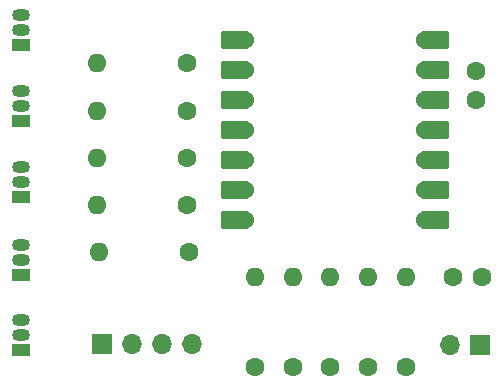
<source format=gbr>
%TF.GenerationSoftware,KiCad,Pcbnew,8.0.6*%
%TF.CreationDate,2024-12-06T19:29:04-08:00*%
%TF.ProjectId,ohmnote,6f686d6e-6f74-4652-9e6b-696361645f70,rev?*%
%TF.SameCoordinates,Original*%
%TF.FileFunction,Soldermask,Top*%
%TF.FilePolarity,Negative*%
%FSLAX46Y46*%
G04 Gerber Fmt 4.6, Leading zero omitted, Abs format (unit mm)*
G04 Created by KiCad (PCBNEW 8.0.6) date 2024-12-06 19:29:04*
%MOMM*%
%LPD*%
G01*
G04 APERTURE LIST*
G04 Aperture macros list*
%AMRoundRect*
0 Rectangle with rounded corners*
0 $1 Rounding radius*
0 $2 $3 $4 $5 $6 $7 $8 $9 X,Y pos of 4 corners*
0 Add a 4 corners polygon primitive as box body*
4,1,4,$2,$3,$4,$5,$6,$7,$8,$9,$2,$3,0*
0 Add four circle primitives for the rounded corners*
1,1,$1+$1,$2,$3*
1,1,$1+$1,$4,$5*
1,1,$1+$1,$6,$7*
1,1,$1+$1,$8,$9*
0 Add four rect primitives between the rounded corners*
20,1,$1+$1,$2,$3,$4,$5,0*
20,1,$1+$1,$4,$5,$6,$7,0*
20,1,$1+$1,$6,$7,$8,$9,0*
20,1,$1+$1,$8,$9,$2,$3,0*%
G04 Aperture macros list end*
%ADD10R,1.700000X1.700000*%
%ADD11O,1.700000X1.700000*%
%ADD12C,1.600000*%
%ADD13O,1.600000X1.600000*%
%ADD14RoundRect,0.152400X1.063600X0.609600X-1.063600X0.609600X-1.063600X-0.609600X1.063600X-0.609600X0*%
%ADD15C,1.524000*%
%ADD16RoundRect,0.152400X-1.063600X-0.609600X1.063600X-0.609600X1.063600X0.609600X-1.063600X0.609600X0*%
%ADD17R,1.500000X1.050000*%
%ADD18O,1.500000X1.050000*%
G04 APERTURE END LIST*
D10*
%TO.C,J1*%
X169500000Y-105325000D03*
D11*
X166960000Y-105325000D03*
%TD*%
D12*
%TO.C,R5*%
X144800000Y-97500000D03*
D13*
X137180000Y-97500000D03*
%TD*%
D12*
%TO.C,R3*%
X144700000Y-89500000D03*
D13*
X137080000Y-89500000D03*
%TD*%
D12*
%TO.C,R2*%
X144700000Y-85500000D03*
D13*
X137080000Y-85500000D03*
%TD*%
D12*
%TO.C,R6*%
X150400000Y-107230000D03*
D13*
X150400000Y-99610000D03*
%TD*%
D14*
%TO.C,U1*%
X148725000Y-79500000D03*
D15*
X149560000Y-79500000D03*
D14*
X148725000Y-82040000D03*
D15*
X149560000Y-82040000D03*
D14*
X148725000Y-84580000D03*
D15*
X149560000Y-84580000D03*
D14*
X148725000Y-87120000D03*
D15*
X149560000Y-87120000D03*
D14*
X148725000Y-89660000D03*
D15*
X149560000Y-89660000D03*
D14*
X148725000Y-92200000D03*
D15*
X149560000Y-92200000D03*
D14*
X148725000Y-94740000D03*
D15*
X149560000Y-94740000D03*
X164800000Y-94740000D03*
D16*
X165635000Y-94740000D03*
D15*
X164800000Y-92200000D03*
D16*
X165635000Y-92200000D03*
D15*
X164800000Y-89660000D03*
D16*
X165635000Y-89660000D03*
D15*
X164800000Y-87120000D03*
D16*
X165635000Y-87120000D03*
D15*
X164800000Y-84580000D03*
D16*
X165635000Y-84580000D03*
D15*
X164800000Y-82040000D03*
D16*
X165635000Y-82040000D03*
D15*
X164800000Y-79500000D03*
D16*
X165635000Y-79500000D03*
%TD*%
D12*
%TO.C,R10*%
X163200000Y-107220000D03*
D13*
X163200000Y-99600000D03*
%TD*%
D12*
%TO.C,C1*%
X169650000Y-99600000D03*
X167150000Y-99600000D03*
%TD*%
D17*
%TO.C,Q5*%
X130600000Y-105800000D03*
D18*
X130600000Y-104530000D03*
X130600000Y-103260000D03*
%TD*%
D12*
%TO.C,R8*%
X156800000Y-107210000D03*
D13*
X156800000Y-99590000D03*
%TD*%
D12*
%TO.C,R4*%
X144700000Y-93500000D03*
D13*
X137080000Y-93500000D03*
%TD*%
D12*
%TO.C,C2*%
X169100000Y-82100000D03*
X169100000Y-84600000D03*
%TD*%
D17*
%TO.C,Q2*%
X130600000Y-86400000D03*
D18*
X130600000Y-85130000D03*
X130600000Y-83860000D03*
%TD*%
D10*
%TO.C,J2*%
X137500000Y-105275000D03*
D11*
X140040000Y-105275000D03*
X142580000Y-105275000D03*
X145120000Y-105275000D03*
%TD*%
D12*
%TO.C,R7*%
X153600000Y-107220000D03*
D13*
X153600000Y-99600000D03*
%TD*%
D17*
%TO.C,Q3*%
X130600000Y-92800000D03*
D18*
X130600000Y-91530000D03*
X130600000Y-90260000D03*
%TD*%
D12*
%TO.C,R1*%
X144700000Y-81500000D03*
D13*
X137080000Y-81500000D03*
%TD*%
D17*
%TO.C,Q4*%
X130600000Y-99400000D03*
D18*
X130600000Y-98130000D03*
X130600000Y-96860000D03*
%TD*%
D17*
%TO.C,Q1*%
X130600000Y-79940000D03*
D18*
X130600000Y-78670000D03*
X130600000Y-77400000D03*
%TD*%
D12*
%TO.C,R9*%
X160000000Y-107210000D03*
D13*
X160000000Y-99590000D03*
%TD*%
M02*

</source>
